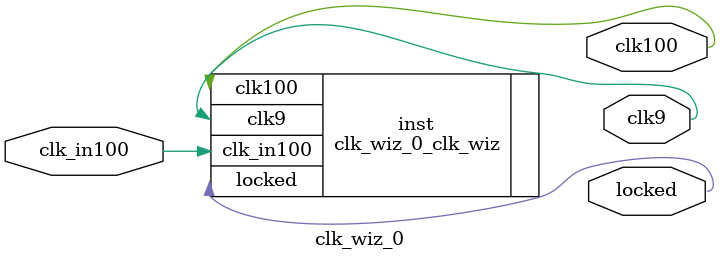
<source format=v>


`timescale 1ps/1ps

(* CORE_GENERATION_INFO = "clk_wiz_0,clk_wiz_v6_0_10_0_0,{component_name=clk_wiz_0,use_phase_alignment=true,use_min_o_jitter=false,use_max_i_jitter=false,use_dyn_phase_shift=false,use_inclk_switchover=false,use_dyn_reconfig=false,enable_axi=0,feedback_source=FDBK_AUTO,PRIMITIVE=MMCM,num_out_clk=2,clkin1_period=10.000,clkin2_period=10.000,use_power_down=false,use_reset=false,use_locked=true,use_inclk_stopped=false,feedback_type=SINGLE,CLOCK_MGR_TYPE=NA,manual_override=false}" *)

module clk_wiz_0 
 (
  // Clock out ports
  output        clk100,
  output        clk9,
  // Status and control signals
  output        locked,
 // Clock in ports
  input         clk_in100
 );

  clk_wiz_0_clk_wiz inst
  (
  // Clock out ports  
  .clk100(clk100),
  .clk9(clk9),
  // Status and control signals               
  .locked(locked),
 // Clock in ports
  .clk_in100(clk_in100)
  );

endmodule

</source>
